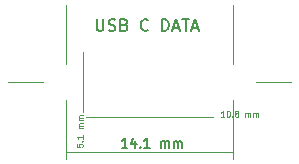
<source format=gbr>
G04 #@! TF.GenerationSoftware,KiCad,Pcbnew,5.1.5+dfsg1-2build2*
G04 #@! TF.CreationDate,2022-07-25T22:48:39-05:00*
G04 #@! TF.ProjectId,usb-c-data-panel,7573622d-632d-4646-9174-612d70616e65,rev?*
G04 #@! TF.SameCoordinates,Original*
G04 #@! TF.FileFunction,Legend,Top*
G04 #@! TF.FilePolarity,Positive*
%FSLAX46Y46*%
G04 Gerber Fmt 4.6, Leading zero omitted, Abs format (unit mm)*
G04 Created by KiCad (PCBNEW 5.1.5+dfsg1-2build2) date 2022-07-25 22:48:39*
%MOMM*%
%LPD*%
G04 APERTURE LIST*
%ADD10C,0.120000*%
%ADD11C,0.125000*%
%ADD12C,0.150000*%
G04 APERTURE END LIST*
D10*
X105450000Y-113000000D02*
X119550000Y-113000000D01*
D11*
X118827396Y-109994830D02*
X118541681Y-109994830D01*
X118684539Y-109994830D02*
X118684539Y-109494830D01*
X118636920Y-109566259D01*
X118589300Y-109613878D01*
X118541681Y-109637687D01*
X119136920Y-109494830D02*
X119184539Y-109494830D01*
X119232158Y-109518640D01*
X119255967Y-109542449D01*
X119279777Y-109590068D01*
X119303586Y-109685306D01*
X119303586Y-109804354D01*
X119279777Y-109899592D01*
X119255967Y-109947211D01*
X119232158Y-109971020D01*
X119184539Y-109994830D01*
X119136920Y-109994830D01*
X119089300Y-109971020D01*
X119065491Y-109947211D01*
X119041681Y-109899592D01*
X119017872Y-109804354D01*
X119017872Y-109685306D01*
X119041681Y-109590068D01*
X119065491Y-109542449D01*
X119089300Y-109518640D01*
X119136920Y-109494830D01*
X119517872Y-109947211D02*
X119541681Y-109971020D01*
X119517872Y-109994830D01*
X119494062Y-109971020D01*
X119517872Y-109947211D01*
X119517872Y-109994830D01*
X119827396Y-109709116D02*
X119779777Y-109685306D01*
X119755967Y-109661497D01*
X119732158Y-109613878D01*
X119732158Y-109590068D01*
X119755967Y-109542449D01*
X119779777Y-109518640D01*
X119827396Y-109494830D01*
X119922634Y-109494830D01*
X119970253Y-109518640D01*
X119994062Y-109542449D01*
X120017872Y-109590068D01*
X120017872Y-109613878D01*
X119994062Y-109661497D01*
X119970253Y-109685306D01*
X119922634Y-109709116D01*
X119827396Y-109709116D01*
X119779777Y-109732925D01*
X119755967Y-109756735D01*
X119732158Y-109804354D01*
X119732158Y-109899592D01*
X119755967Y-109947211D01*
X119779777Y-109971020D01*
X119827396Y-109994830D01*
X119922634Y-109994830D01*
X119970253Y-109971020D01*
X119994062Y-109947211D01*
X120017872Y-109899592D01*
X120017872Y-109804354D01*
X119994062Y-109756735D01*
X119970253Y-109732925D01*
X119922634Y-109709116D01*
X120613110Y-109994830D02*
X120613110Y-109661497D01*
X120613110Y-109709116D02*
X120636920Y-109685306D01*
X120684539Y-109661497D01*
X120755967Y-109661497D01*
X120803586Y-109685306D01*
X120827396Y-109732925D01*
X120827396Y-109994830D01*
X120827396Y-109732925D02*
X120851205Y-109685306D01*
X120898824Y-109661497D01*
X120970253Y-109661497D01*
X121017872Y-109685306D01*
X121041681Y-109732925D01*
X121041681Y-109994830D01*
X121279777Y-109994830D02*
X121279777Y-109661497D01*
X121279777Y-109709116D02*
X121303586Y-109685306D01*
X121351205Y-109661497D01*
X121422634Y-109661497D01*
X121470253Y-109685306D01*
X121494062Y-109732925D01*
X121494062Y-109994830D01*
X121494062Y-109732925D02*
X121517872Y-109685306D01*
X121565491Y-109661497D01*
X121636920Y-109661497D01*
X121684539Y-109685306D01*
X121708348Y-109732925D01*
X121708348Y-109994830D01*
D10*
X107100000Y-110000000D02*
X117900000Y-110000000D01*
X106900000Y-104500000D02*
X106900000Y-109600000D01*
D11*
X106329990Y-112301518D02*
X106329990Y-112539613D01*
X106568085Y-112563422D01*
X106544276Y-112539613D01*
X106520466Y-112491994D01*
X106520466Y-112372946D01*
X106544276Y-112325327D01*
X106568085Y-112301518D01*
X106615704Y-112277708D01*
X106734752Y-112277708D01*
X106782371Y-112301518D01*
X106806180Y-112325327D01*
X106829990Y-112372946D01*
X106829990Y-112491994D01*
X106806180Y-112539613D01*
X106782371Y-112563422D01*
X106782371Y-112063422D02*
X106806180Y-112039613D01*
X106829990Y-112063422D01*
X106806180Y-112087232D01*
X106782371Y-112063422D01*
X106829990Y-112063422D01*
X106829990Y-111563422D02*
X106829990Y-111849137D01*
X106829990Y-111706280D02*
X106329990Y-111706280D01*
X106401419Y-111753899D01*
X106449038Y-111801518D01*
X106472847Y-111849137D01*
X106829990Y-110968184D02*
X106496657Y-110968184D01*
X106544276Y-110968184D02*
X106520466Y-110944375D01*
X106496657Y-110896756D01*
X106496657Y-110825327D01*
X106520466Y-110777708D01*
X106568085Y-110753899D01*
X106829990Y-110753899D01*
X106568085Y-110753899D02*
X106520466Y-110730089D01*
X106496657Y-110682470D01*
X106496657Y-110611041D01*
X106520466Y-110563422D01*
X106568085Y-110539613D01*
X106829990Y-110539613D01*
X106829990Y-110301518D02*
X106496657Y-110301518D01*
X106544276Y-110301518D02*
X106520466Y-110277708D01*
X106496657Y-110230089D01*
X106496657Y-110158660D01*
X106520466Y-110111041D01*
X106568085Y-110087232D01*
X106829990Y-110087232D01*
X106568085Y-110087232D02*
X106520466Y-110063422D01*
X106496657Y-110015803D01*
X106496657Y-109944375D01*
X106520466Y-109896756D01*
X106568085Y-109872946D01*
X106829990Y-109872946D01*
D12*
X110609641Y-112594344D02*
X110152499Y-112594344D01*
X110381070Y-112594344D02*
X110381070Y-111794344D01*
X110304880Y-111908630D01*
X110228689Y-111984820D01*
X110152499Y-112022916D01*
X111295356Y-112061011D02*
X111295356Y-112594344D01*
X111104880Y-111756249D02*
X110914403Y-112327678D01*
X111409641Y-112327678D01*
X111714403Y-112518154D02*
X111752499Y-112556249D01*
X111714403Y-112594344D01*
X111676308Y-112556249D01*
X111714403Y-112518154D01*
X111714403Y-112594344D01*
X112514403Y-112594344D02*
X112057260Y-112594344D01*
X112285832Y-112594344D02*
X112285832Y-111794344D01*
X112209641Y-111908630D01*
X112133451Y-111984820D01*
X112057260Y-112022916D01*
X113466784Y-112594344D02*
X113466784Y-112061011D01*
X113466784Y-112137201D02*
X113504880Y-112099106D01*
X113581070Y-112061011D01*
X113695356Y-112061011D01*
X113771546Y-112099106D01*
X113809641Y-112175297D01*
X113809641Y-112594344D01*
X113809641Y-112175297D02*
X113847737Y-112099106D01*
X113923927Y-112061011D01*
X114038213Y-112061011D01*
X114114403Y-112099106D01*
X114152499Y-112175297D01*
X114152499Y-112594344D01*
X114533451Y-112594344D02*
X114533451Y-112061011D01*
X114533451Y-112137201D02*
X114571546Y-112099106D01*
X114647737Y-112061011D01*
X114762022Y-112061011D01*
X114838213Y-112099106D01*
X114876308Y-112175297D01*
X114876308Y-112594344D01*
X114876308Y-112175297D02*
X114914403Y-112099106D01*
X114990594Y-112061011D01*
X115104880Y-112061011D01*
X115181070Y-112099106D01*
X115219165Y-112175297D01*
X115219165Y-112594344D01*
X108026415Y-101733100D02*
X108026415Y-102542624D01*
X108074034Y-102637862D01*
X108121653Y-102685481D01*
X108216891Y-102733100D01*
X108407367Y-102733100D01*
X108502605Y-102685481D01*
X108550224Y-102637862D01*
X108597843Y-102542624D01*
X108597843Y-101733100D01*
X109026415Y-102685481D02*
X109169272Y-102733100D01*
X109407367Y-102733100D01*
X109502605Y-102685481D01*
X109550224Y-102637862D01*
X109597843Y-102542624D01*
X109597843Y-102447386D01*
X109550224Y-102352148D01*
X109502605Y-102304529D01*
X109407367Y-102256910D01*
X109216891Y-102209291D01*
X109121653Y-102161672D01*
X109074034Y-102114053D01*
X109026415Y-102018815D01*
X109026415Y-101923577D01*
X109074034Y-101828339D01*
X109121653Y-101780720D01*
X109216891Y-101733100D01*
X109454986Y-101733100D01*
X109597843Y-101780720D01*
X110359748Y-102209291D02*
X110502605Y-102256910D01*
X110550224Y-102304529D01*
X110597843Y-102399767D01*
X110597843Y-102542624D01*
X110550224Y-102637862D01*
X110502605Y-102685481D01*
X110407367Y-102733100D01*
X110026415Y-102733100D01*
X110026415Y-101733100D01*
X110359748Y-101733100D01*
X110454986Y-101780720D01*
X110502605Y-101828339D01*
X110550224Y-101923577D01*
X110550224Y-102018815D01*
X110502605Y-102114053D01*
X110454986Y-102161672D01*
X110359748Y-102209291D01*
X110026415Y-102209291D01*
X112359748Y-102637862D02*
X112312129Y-102685481D01*
X112169272Y-102733100D01*
X112074034Y-102733100D01*
X111931177Y-102685481D01*
X111835939Y-102590243D01*
X111788320Y-102495005D01*
X111740700Y-102304529D01*
X111740700Y-102161672D01*
X111788320Y-101971196D01*
X111835939Y-101875958D01*
X111931177Y-101780720D01*
X112074034Y-101733100D01*
X112169272Y-101733100D01*
X112312129Y-101780720D01*
X112359748Y-101828339D01*
X113550224Y-102733100D02*
X113550224Y-101733100D01*
X113788320Y-101733100D01*
X113931177Y-101780720D01*
X114026415Y-101875958D01*
X114074034Y-101971196D01*
X114121653Y-102161672D01*
X114121653Y-102304529D01*
X114074034Y-102495005D01*
X114026415Y-102590243D01*
X113931177Y-102685481D01*
X113788320Y-102733100D01*
X113550224Y-102733100D01*
X114502605Y-102447386D02*
X114978796Y-102447386D01*
X114407367Y-102733100D02*
X114740700Y-101733100D01*
X115074034Y-102733100D01*
X115264510Y-101733100D02*
X115835939Y-101733100D01*
X115550224Y-102733100D02*
X115550224Y-101733100D01*
X116121653Y-102447386D02*
X116597843Y-102447386D01*
X116026415Y-102733100D02*
X116359748Y-101733100D01*
X116693081Y-102733100D01*
D10*
X119550000Y-108550000D02*
X119550000Y-113600000D01*
X119550000Y-100500000D02*
X119550000Y-105550000D01*
X105450000Y-108550000D02*
X105450000Y-113600000D01*
X105450000Y-100500000D02*
X105450000Y-105550000D01*
X121550000Y-107050000D02*
X124500000Y-107050000D01*
X100500000Y-107050000D02*
X103450000Y-107050000D01*
M02*

</source>
